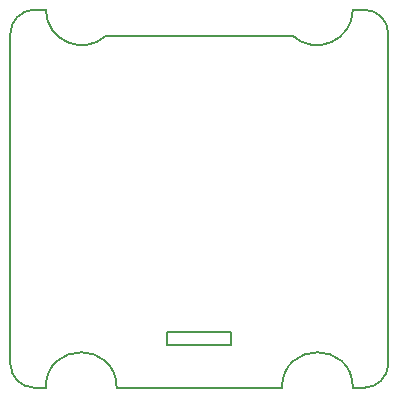
<source format=gbr>
G04 DipTrace 3.2.0.1*
G04 BoardOutline.gbr*
%MOIN*%
G04 #@! TF.FileFunction,Profile*
G04 #@! TF.Part,Single*
%ADD11C,0.005512*%
%FSLAX26Y26*%
G04*
G70*
G90*
G75*
G01*
G04 BoardOutline*
%LPD*%
X-629921Y551181D2*
D11*
G02X-551181Y629921I80709J-1969D01*
G01*
X-511811D1*
G03X-311024Y543307I119807J1697D01*
G01*
X311024D1*
G03X511811Y629921I80980J88311D01*
G01*
X551181D1*
G02X629921Y551181I-1969J-80709D01*
G01*
Y-551181D1*
G02X551181Y-629921I-80709J1969D01*
G01*
X511811D1*
G03X275591Y-629921I-118110J0D01*
G01*
X-275591D1*
G03X-511811Y-629921I-118110J0D01*
G01*
X-551181D1*
G02X-629921Y-551181I1969J80709D01*
G01*
Y551181D1*
X-106159Y-443734D2*
X106925D1*
Y-486678D1*
X-106159D1*
Y-443734D1*
M02*

</source>
